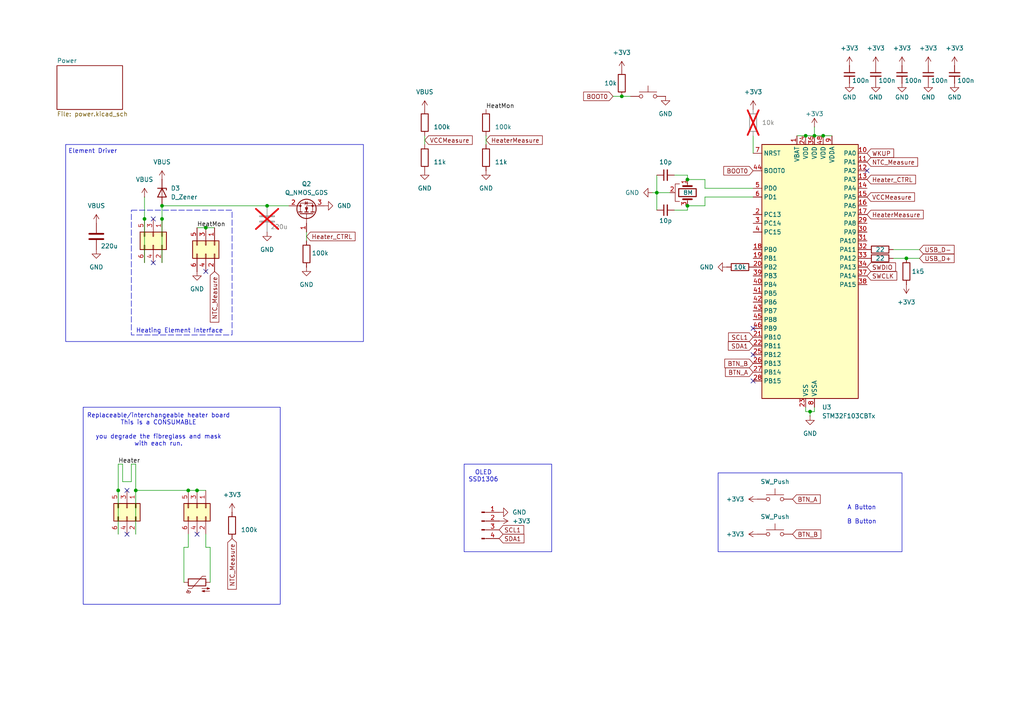
<source format=kicad_sch>
(kicad_sch (version 20231120) (generator "eeschema") (generator_version "8.0")
  (paper "A4")
  (title_block (title "PCB Solder Reflow Plate") (rev "A") (company "Ian Zanath"))
  (lib_symbols
    (symbol "Connector:Conn_01x04_Pin" (pin_names (offset 1.016) hide)
      (property "Reference" "J" (at 0 5.08 0))
      (property "Value" "Conn_01x04_Pin" (at 0 -7.62 0))
      (symbol "Conn_01x04_Pin_1_1"
        (polyline (pts (xy 1.27 -5.08) (xy 0.8636 -5.08)) (stroke (width 0.1524)))
        (polyline (pts (xy 1.27 -2.54) (xy 0.8636 -2.54)) (stroke (width 0.1524)))
        (polyline (pts (xy 1.27 0) (xy 0.8636 0)) (stroke (width 0.1524)))
        (polyline (pts (xy 1.27 2.54) (xy 0.8636 2.54)) (stroke (width 0.1524)))
        (rectangle (start 0.8636 -4.953) (end 0 -5.207) (stroke (width 0.1524)) (fill (type outline)))
        (rectangle (start 0.8636 -2.413) (end 0 -2.667) (stroke (width 0.1524)) (fill (type outline)))
        (rectangle (start 0.8636 0.127) (end 0 -0.127) (stroke (width 0.1524)) (fill (type outline)))
        (rectangle (start 0.8636 2.667) (end 0 2.413) (stroke (width 0.1524)) (fill (type outline)))
        (pin passive line (at 5.08 2.54 180) (length 3.81) (name "Pin_1") (number "1"))
        (pin passive line (at 5.08 0 180) (length 3.81) (name "Pin_2") (number "2"))
        (pin passive line (at 5.08 -2.54 180) (length 3.81) (name "Pin_3") (number "3"))
        (pin passive line (at 5.08 -5.08 180) (length 3.81) (name "Pin_4") (number "4"))
      )
    )
    (symbol "Connector_Generic:Conn_02x03_Odd_Even" (pin_names (offset 1.016) hide)
      (property "Reference" "J" (at 1.27 5.08 0))
      (property "Value" "Conn_02x03_Odd_Even" (at 1.27 -5.08 0))
      (symbol "Conn_02x03_Odd_Even_1_1"
        (rectangle (start -1.27 -2.413) (end 0 -2.667) (stroke (width 0.1524)))
        (rectangle (start -1.27 0.127) (end 0 -0.127) (stroke (width 0.1524)))
        (rectangle (start -1.27 2.667) (end 0 2.413) (stroke (width 0.1524)))
        (rectangle (start -1.27 3.81) (end 3.81 -3.81) (stroke (width 0.254)) (fill (type background)))
        (rectangle (start 3.81 -2.413) (end 2.54 -2.667) (stroke (width 0.1524)))
        (rectangle (start 3.81 0.127) (end 2.54 -0.127) (stroke (width 0.1524)))
        (rectangle (start 3.81 2.667) (end 2.54 2.413) (stroke (width 0.1524)))
        (pin passive line (at -5.08 2.54 0) (length 3.81) (name "Pin_1") (number "1"))
        (pin passive line (at 7.62 2.54 180) (length 3.81) (name "Pin_2") (number "2"))
        (pin passive line (at -5.08 0 0) (length 3.81) (name "Pin_3") (number "3"))
        (pin passive line (at 7.62 0 180) (length 3.81) (name "Pin_4") (number "4"))
        (pin passive line (at -5.08 -2.54 0) (length 3.81) (name "Pin_5") (number "5"))
        (pin passive line (at 7.62 -2.54 180) (length 3.81) (name "Pin_6") (number "6"))
      )
    )
    (symbol "Device:C" (pin_numbers hide) (pin_names (offset 0.254))
      (property "Reference" "C" (at 0.635 2.54 0))
      (property "Value" "C" (at 0.635 -2.54 0))
      (symbol "C_0_1"
        (polyline (pts (xy -2.032 -0.762) (xy 2.032 -0.762)) (stroke (width 0.508)))
        (polyline (pts (xy -2.032 0.762) (xy 2.032 0.762)) (stroke (width 0.508)))
      )
      (symbol "C_1_1"
        (pin passive line (at 0 3.81 270) (length 2.794) (name "~") (number "1"))
        (pin passive line (at 0 -3.81 90) (length 2.794) (name "~") (number "2"))
      )
    )
    (symbol "Device:C_Small" (pin_numbers hide) (pin_names (offset 0.254) hide)
      (property "Reference" "C" (at 0.254 1.778 0))
      (property "Value" "C_Small" (at 0.254 -2.032 0))
      (symbol "C_Small_0_1"
        (polyline (pts (xy -1.524 -0.508) (xy 1.524 -0.508)) (stroke (width 0.3302)))
        (polyline (pts (xy -1.524 0.508) (xy 1.524 0.508)) (stroke (width 0.3048)))
      )
      (symbol "C_Small_1_1"
        (pin passive line (at 0 2.54 270) (length 2.032) (name "~") (number "1"))
        (pin passive line (at 0 -2.54 90) (length 2.032) (name "~") (number "2"))
      )
    )
    (symbol "Device:Crystal_GND2" (pin_names (offset 1.016) hide)
      (property "Reference" "Y" (at 0 5.715 0))
      (property "Value" "Crystal_GND2" (at 0 3.81 0))
      (symbol "Crystal_GND2_0_1"
        (rectangle (start -1.143 2.54) (end 1.143 -2.54) (stroke (width 0.3048)))
        (polyline (pts (xy -2.54 0) (xy -1.905 0)))
        (polyline (pts (xy -1.905 -1.27) (xy -1.905 1.27)) (stroke (width 0.508)))
        (polyline (pts (xy 0 -3.81) (xy 0 -3.556)))
        (polyline (pts (xy 1.905 0) (xy 2.54 0)))
        (polyline (pts (xy 1.905 1.27) (xy 1.905 -1.27)) (stroke (width 0.508)))
        (polyline (pts (xy -2.54 -2.286) (xy -2.54 -3.556) (xy 2.54 -3.556) (xy 2.54 -2.286)))
      )
      (symbol "Crystal_GND2_1_1"
        (pin passive line (at -3.81 0 0) (length 1.27) (name "1") (number "1"))
        (pin passive line (at 0 -5.08 90) (length 1.27) (name "2") (number "2"))
        (pin passive line (at 3.81 0 180) (length 1.27) (name "3") (number "3"))
      )
    )
    (symbol "Device:D_Zener" (pin_numbers hide) (pin_names (offset 1.016) hide)
      (property "Reference" "D" (at 0 2.54 0))
      (property "Value" "D_Zener" (at 0 -2.54 0))
      (symbol "D_Zener_0_1"
        (polyline (pts (xy 1.27 0) (xy -1.27 0)))
        (polyline (pts (xy -1.27 -1.27) (xy -1.27 1.27) (xy -0.762 1.27)) (stroke (width 0.254)))
        (polyline (pts (xy 1.27 -1.27) (xy 1.27 1.27) (xy -1.27 0) (xy 1.27 -1.27)) (stroke (width 0.254)))
      )
      (symbol "D_Zener_1_1"
        (pin passive line (at -3.81 0 0) (length 2.54) (name "K") (number "1"))
        (pin passive line (at 3.81 0 180) (length 2.54) (name "A") (number "2"))
      )
    )
    (symbol "Device:Q_NMOS_GDS" (pin_names (offset 0) hide)
      (property "Reference" "Q" (at 5.08 1.27 0))
      (property "Value" "Q_NMOS_GDS" (at 5.08 -1.27 0))
      (symbol "Q_NMOS_GDS_0_1"
        (polyline (pts (xy 0.254 0) (xy -2.54 0)))
        (polyline (pts (xy 0.254 1.905) (xy 0.254 -1.905)) (stroke (width 0.254)))
        (polyline (pts (xy 0.762 -1.27) (xy 0.762 -2.286)) (stroke (width 0.254)))
        (polyline (pts (xy 0.762 0.508) (xy 0.762 -0.508)) (stroke (width 0.254)))
        (polyline (pts (xy 0.762 2.286) (xy 0.762 1.27)) (stroke (width 0.254)))
        (polyline (pts (xy 2.54 2.54) (xy 2.54 1.778)))
        (polyline (pts (xy 2.54 -2.54) (xy 2.54 0) (xy 0.762 0)))
        (polyline (pts (xy 0.762 -1.778) (xy 3.302 -1.778) (xy 3.302 1.778) (xy 0.762 1.778)))
        (polyline (pts (xy 1.016 0) (xy 2.032 0.381) (xy 2.032 -0.381) (xy 1.016 0)) (fill (type outline)))
        (polyline (pts (xy 2.794 0.508) (xy 2.921 0.381) (xy 3.683 0.381) (xy 3.81 0.254)))
        (polyline (pts (xy 3.302 0.381) (xy 2.921 -0.254) (xy 3.683 -0.254) (xy 3.302 0.381)))
        (circle (center 1.651 0) (radius 2.794) (stroke (width 0.254)))
        (circle (center 2.54 -1.778) (radius 0.254) (fill (type outline)))
        (circle (center 2.54 1.778) (radius 0.254) (fill (type outline)))
      )
      (symbol "Q_NMOS_GDS_1_1"
        (pin input line (at -5.08 0 0) (length 2.54) (name "G") (number "1"))
        (pin passive line (at 2.54 5.08 270) (length 2.54) (name "D") (number "2"))
        (pin passive line (at 2.54 -5.08 90) (length 2.54) (name "S") (number "3"))
      )
    )
    (symbol "Device:R" (pin_numbers hide) (pin_names (offset 0))
      (property "Reference" "R" (at 2.032 0 90))
      (property "Value" "R" (at 0 0 90))
      (symbol "R_0_1"
        (rectangle (start -1.016 -2.54) (end 1.016 2.54) (stroke (width 0.254)))
      )
      (symbol "R_1_1"
        (pin passive line (at 0 3.81 270) (length 1.27) (name "~") (number "1"))
        (pin passive line (at 0 -3.81 90) (length 1.27) (name "~") (number "2"))
      )
    )
    (symbol "Device:Thermistor_NTC" (pin_numbers hide) (pin_names (offset 0))
      (property "Reference" "TH" (at -4.445 0 90))
      (property "Value" "Thermistor_NTC" (at 3.175 0 90))
      (symbol "Thermistor_NTC_0_1"
        (arc (start -3.048 2.159) (mid -3.0495 2.3143) (end -3.175 2.413))
        (arc (start -3.048 2.159) (mid -2.9736 1.9794) (end -2.794 1.905))
        (arc (start -3.048 2.794) (mid -2.9736 2.6144) (end -2.794 2.54))
        (arc (start -2.794 1.905) (mid -2.6144 1.9794) (end -2.54 2.159))
        (arc (start -2.794 2.54) (mid -2.4393 2.5587) (end -2.159 2.794))
        (arc (start -2.794 3.048) (mid -2.9736 2.9736) (end -3.048 2.794))
        (arc (start -2.54 2.794) (mid -2.6144 2.9736) (end -2.794 3.048))
        (rectangle (start -1.016 2.54) (end 1.016 -2.54) (stroke (width 0.254)))
        (polyline (pts (xy -2.54 2.159) (xy -2.54 2.794)))
        (polyline (pts (xy -1.778 2.54) (xy -1.778 1.524) (xy 1.778 -1.524) (xy 1.778 -2.54)))
        (polyline (pts (xy -2.54 -3.683) (xy -2.54 -1.397) (xy -2.794 -2.159) (xy -2.286 -2.159) (xy -2.54 -1.397) (xy -2.54 -1.651)) (fill (type outline)))
        (polyline (pts (xy -1.778 -1.397) (xy -1.778 -3.683) (xy -2.032 -2.921) (xy -1.524 -2.921) (xy -1.778 -3.683) (xy -1.778 -3.429)) (fill (type outline)))
      )
      (symbol "Thermistor_NTC_1_1"
        (pin passive line (at 0 3.81 270) (length 1.27) (name "~") (number "1"))
        (pin passive line (at 0 -3.81 90) (length 1.27) (name "~") (number "2"))
      )
    )
    (symbol "MCU_ST_STM32F1:STM32F103CBTx"
      (property "Reference" "U" (at -12.7 39.37 0))
      (property "Value" "STM32F103CBTx" (at 10.16 39.37 0))
      (symbol "STM32F103CBTx_0_1"
        (rectangle (start -12.7 -35.56) (end 15.24 38.1) (stroke (width 0.254)) (fill (type background)))
      )
      (symbol "STM32F103CBTx_1_1"
        (pin power_in line (at -2.54 40.64 270) (length 2.54) (name "VBAT") (number "1"))
        (pin bidirectional line (at 17.78 35.56 180) (length 2.54) (name "PA0") (number "10"))
        (pin bidirectional line (at 17.78 33.02 180) (length 2.54) (name "PA1") (number "11"))
        (pin bidirectional line (at 17.78 30.48 180) (length 2.54) (name "PA2") (number "12"))
        (pin bidirectional line (at 17.78 27.94 180) (length 2.54) (name "PA3") (number "13"))
        (pin bidirectional line (at 17.78 25.4 180) (length 2.54) (name "PA4") (number "14"))
        (pin bidirectional line (at 17.78 22.86 180) (length 2.54) (name "PA5") (number "15"))
        (pin bidirectional line (at 17.78 20.32 180) (length 2.54) (name "PA6") (number "16"))
        (pin bidirectional line (at 17.78 17.78 180) (length 2.54) (name "PA7") (number "17"))
        (pin bidirectional line (at -15.24 7.62 0) (length 2.54) (name "PB0") (number "18"))
        (pin bidirectional line (at -15.24 5.08 0) (length 2.54) (name "PB1") (number "19"))
        (pin bidirectional line (at -15.24 17.78 0) (length 2.54) (name "PC13") (number "2"))
        (pin bidirectional line (at -15.24 2.54 0) (length 2.54) (name "PB2") (number "20"))
        (pin bidirectional line (at -15.24 -17.78 0) (length 2.54) (name "PB10") (number "21"))
        (pin bidirectional line (at -15.24 -20.32 0) (length 2.54) (name "PB11") (number "22"))
        (pin power_in line (at 0 -38.1 90) (length 2.54) (name "VSS") (number "23"))
        (pin power_in line (at 0 40.64 270) (length 2.54) (name "VDD") (number "24"))
        (pin bidirectional line (at -15.24 -22.86 0) (length 2.54) (name "PB12") (number "25"))
        (pin bidirectional line (at -15.24 -25.4 0) (length 2.54) (name "PB13") (number "26"))
        (pin bidirectional line (at -15.24 -27.94 0) (length 2.54) (name "PB14") (number "27"))
        (pin bidirectional line (at -15.24 -30.48 0) (length 2.54) (name "PB15") (number "28"))
        (pin bidirectional line (at 17.78 15.24 180) (length 2.54) (name "PA8") (number "29"))
        (pin bidirectional line (at -15.24 15.24 0) (length 2.54) (name "PC14") (number "3"))
        (pin bidirectional line (at 17.78 12.7 180) (length 2.54) (name "PA9") (number "30"))
        (pin bidirectional line (at 17.78 10.16 180) (length 2.54) (name "PA10") (number "31"))
        (pin bidirectional line (at 17.78 7.62 180) (length 2.54) (name "PA11") (number "32"))
        (pin bidirectional line (at 17.78 5.08 180) (length 2.54) (name "PA12") (number "33"))
        (pin bidirectional line (at 17.78 2.54 180) (length 2.54) (name "PA13") (number "34"))
        (pin passive line (at 0 -38.1 90) (length 2.54) hide (name "VSS") (number "35"))
        (pin power_in line (at 2.54 40.64 270) (length 2.54) (name "VDD") (number "36"))
        (pin bidirectional line (at 17.78 0 180) (length 2.54) (name "PA14") (number "37"))
        (pin bidirectional line (at 17.78 -2.54 180) (length 2.54) (name "PA15") (number "38"))
        (pin bidirectional line (at -15.24 0 0) (length 2.54) (name "PB3") (number "39"))
        (pin bidirectional line (at -15.24 12.7 0) (length 2.54) (name "PC15") (number "4"))
        (pin bidirectional line (at -15.24 -2.54 0) (length 2.54) (name "PB4") (number "40"))
        (pin bidirectional line (at -15.24 -5.08 0) (length 2.54) (name "PB5") (number "41"))
        (pin bidirectional line (at -15.24 -7.62 0) (length 2.54) (name "PB6") (number "42"))
        (pin bidirectional line (at -15.24 -10.16 0) (length 2.54) (name "PB7") (number "43"))
        (pin input line (at -15.24 30.48 0) (length 2.54) (name "BOOT0") (number "44"))
        (pin bidirectional line (at -15.24 -12.7 0) (length 2.54) (name "PB8") (number "45"))
        (pin bidirectional line (at -15.24 -15.24 0) (length 2.54) (name "PB9") (number "46"))
        (pin passive line (at 0 -38.1 90) (length 2.54) hide (name "VSS") (number "47"))
        (pin power_in line (at 5.08 40.64 270) (length 2.54) (name "VDD") (number "48"))
        (pin bidirectional line (at -15.24 25.4 0) (length 2.54) (name "PD0") (number "5"))
        (pin bidirectional line (at -15.24 22.86 0) (length 2.54) (name "PD1") (number "6"))
        (pin input line (at -15.24 35.56 0) (length 2.54) (name "NRST") (number "7"))
        (pin power_in line (at 2.54 -38.1 90) (length 2.54) (name "VSSA") (number "8"))
        (pin power_in line (at 7.62 40.64 270) (length 2.54) (name "VDDA") (number "9"))
      )
    )
    (symbol "Switch:SW_Push" (pin_numbers hide) (pin_names (offset 1.016) hide)
      (property "Reference" "SW" (at 1.27 2.54 0))
      (property "Value" "SW_Push" (at 0 -1.524 0))
      (symbol "SW_Push_0_1"
        (circle (center -2.032 0) (radius 0.508))
        (polyline (pts (xy 0 1.27) (xy 0 3.048)))
        (polyline (pts (xy 2.54 1.27) (xy -2.54 1.27)))
        (circle (center 2.032 0) (radius 0.508))
        (pin passive line (at -5.08 0 0) (length 2.54) (name "1") (number "1"))
        (pin passive line (at 5.08 0 180) (length 2.54) (name "2") (number "2"))
      )
    )
    (symbol "power:+3V3" (power) (pin_numbers hide) (pin_names (offset 0) hide)
      (property "Value" "+3V3" (at 0 3.556 0))
      (symbol "+3V3_0_1"
        (polyline (pts (xy -0.762 1.27) (xy 0 2.54)))
        (polyline (pts (xy 0 0) (xy 0 2.54)))
        (polyline (pts (xy 0 2.54) (xy 0.762 1.27)))
      )
      (symbol "+3V3_1_1"
        (pin power_in line (at 0 0 90) (length 0) (name "~") (number "1"))
      )
    )
    (symbol "power:GND" (power) (pin_numbers hide) (pin_names (offset 0) hide)
      (property "Value" "GND" (at 0 -3.81 0))
      (symbol "GND_0_1"
        (polyline (pts (xy 0 0) (xy 0 -1.27) (xy 1.27 -1.27) (xy 0 -2.54) (xy -1.27 -1.27) (xy 0 -1.27)))
      )
      (symbol "GND_1_1"
        (pin power_in line (at 0 0 270) (length 0) (name "~") (number "1"))
      )
    )
    (symbol "power:VBUS" (power) (pin_numbers hide) (pin_names (offset 0) hide)
      (property "Value" "VBUS" (at 0 3.556 0))
      (symbol "VBUS_0_1"
        (polyline (pts (xy -0.762 1.27) (xy 0 2.54)))
        (polyline (pts (xy 0 0) (xy 0 2.54)))
        (polyline (pts (xy 0 2.54) (xy 0.762 1.27)))
      )
      (symbol "VBUS_1_1"
        (pin power_in line (at 0 0 90) (length 0) (name "~") (number "1"))
      )
    )
  )
  (junction (at 46.99 59.69))
  (junction (at 190.5 55.88))
  (junction (at 41.91 63.5))
  (junction (at 57.15 142.24))
  (junction (at 77.47 59.69))
  (junction (at 54.61 142.24))
  (junction (at 238.76 39.37))
  (junction (at 34.29 142.24))
  (junction (at 46.99 63.5))
  (junction (at 59.69 66.04))
  (junction (at 199.39 59.69))
  (junction (at 199.39 52.07))
  (junction (at 236.22 39.37))
  (junction (at 234.95 119.38))
  (junction (at 262.89 74.93))
  (junction (at 39.37 142.24))
  (junction (at 233.68 39.37))
  (junction (at 180.34 27.94))
  (no_connect (at 36.83 154.94))
  (no_connect (at 44.45 63.5))
  (no_connect (at 218.44 110.49))
  (no_connect (at 36.83 142.24))
  (no_connect (at 218.44 102.87))
  (no_connect (at 218.44 95.25))
  (no_connect (at 57.15 154.94))
  (no_connect (at 251.46 49.53))
  (no_connect (at 59.69 78.74))
  (no_connect (at 44.45 76.2))
  (wire (pts (xy 234.95 119.38) (xy 236.22 119.38)))
  (wire (pts (xy 60.96 158.75) (xy 59.69 158.75)))
  (wire (pts (xy 233.68 118.11) (xy 233.68 119.38)))
  (wire (pts (xy 54.61 154.94) (xy 54.61 158.75)))
  (wire (pts (xy 218.44 39.37) (xy 218.44 44.45)))
  (wire (pts (xy 233.68 39.37) (xy 236.22 39.37)))
  (wire (pts (xy 77.47 59.69) (xy 83.82 59.69)))
  (wire (pts (xy 236.22 119.38) (xy 236.22 118.11)))
  (wire (pts (xy 88.9 67.31) (xy 88.9 69.85)))
  (wire (pts (xy 34.29 134.62) (xy 35.56 134.62)))
  (wire (pts (xy 234.95 119.38) (xy 234.95 120.65)))
  (wire (pts (xy 204.47 59.69) (xy 199.39 59.69)))
  (wire (pts (xy 177.8 27.94) (xy 180.34 27.94)))
  (wire (pts (xy 199.39 50.8) (xy 199.39 52.07)))
  (wire (pts (xy 238.76 39.37) (xy 241.3 39.37)))
  (wire (pts (xy 190.5 55.88) (xy 190.5 60.96)))
  (wire (pts (xy 34.29 142.24) (xy 34.29 154.94)))
  (wire (pts (xy 140.97 39.37) (xy 140.97 41.91)))
  (wire (pts (xy 54.61 158.75) (xy 53.34 158.75)))
  (wire (pts (xy 46.99 59.69) (xy 46.99 63.5)))
  (wire (pts (xy 204.47 57.15) (xy 204.47 59.69)))
  (wire (pts (xy 59.69 66.04) (xy 62.23 66.04)))
  (wire (pts (xy 38.1 134.62) (xy 39.37 134.62)))
  (wire (pts (xy 204.47 52.07) (xy 204.47 54.61)))
  (wire (pts (xy 54.61 142.24) (xy 57.15 142.24)))
  (wire (pts (xy 195.58 60.96) (xy 199.39 60.96)))
  (wire (pts (xy 199.39 52.07) (xy 204.47 52.07)))
  (wire (pts (xy 39.37 142.24) (xy 54.61 142.24)))
  (wire (pts (xy 41.91 63.5) (xy 41.91 76.2)))
  (wire (pts (xy 57.15 142.24) (xy 59.69 142.24)))
  (wire (pts (xy 199.39 60.96) (xy 199.39 59.69)))
  (wire (pts (xy 35.56 139.7) (xy 38.1 139.7)))
  (wire (pts (xy 123.19 39.37) (xy 123.19 41.91)))
  (wire (pts (xy 190.5 50.8) (xy 190.5 55.88)))
  (wire (pts (xy 259.08 72.39) (xy 266.7 72.39)))
  (wire (pts (xy 231.14 39.37) (xy 233.68 39.37)))
  (wire (pts (xy 233.68 119.38) (xy 234.95 119.38)))
  (wire (pts (xy 34.29 142.24) (xy 34.29 134.62)))
  (wire (pts (xy 35.56 134.62) (xy 35.56 139.7)))
  (wire (pts (xy 180.34 27.94) (xy 182.88 27.94)))
  (wire (pts (xy 39.37 142.24) (xy 39.37 154.94)))
  (wire (pts (xy 39.37 134.62) (xy 39.37 142.24)))
  (wire (pts (xy 59.69 154.94) (xy 59.69 158.75)))
  (wire (pts (xy 236.22 39.37) (xy 238.76 39.37)))
  (wire (pts (xy 259.08 74.93) (xy 262.89 74.93)))
  (wire (pts (xy 262.89 74.93) (xy 266.7 74.93)))
  (wire (pts (xy 189.23 55.88) (xy 190.5 55.88)))
  (wire (pts (xy 41.91 57.15) (xy 41.91 63.5)))
  (wire (pts (xy 195.58 50.8) (xy 199.39 50.8)))
  (wire (pts (xy 190.5 55.88) (xy 194.31 55.88)))
  (wire (pts (xy 60.96 168.91) (xy 60.96 158.75)))
  (wire (pts (xy 46.99 59.69) (xy 77.47 59.69)))
  (wire (pts (xy 57.15 66.04) (xy 59.69 66.04)))
  (wire (pts (xy 218.44 57.15) (xy 204.47 57.15)))
  (wire (pts (xy 53.34 158.75) (xy 53.34 168.91)))
  (wire (pts (xy 46.99 63.5) (xy 46.99 76.2)))
  (wire (pts (xy 204.47 54.61) (xy 218.44 54.61)))
  (wire (pts (xy 236.22 36.83) (xy 236.22 39.37)))
  (wire (pts (xy 38.1 139.7) (xy 38.1 134.62)))
  (rectangle (start 19.05 41.91) (end 105.41 99.06))
  (rectangle (start 134.62 134.62) (end 160.02 160.02))
  (rectangle (start 38.1 60.96) (end 67.31 97.155) (stroke (width 0) (type dash)))
  (rectangle (start 208.28 137.16) (end 261.62 160.02))
  (rectangle (start 24.13 118.11) (end 81.28 175.26))
  (text "OLED\nSSD1306" (at 140.208 138.176 0) (effects (font (size 1.27 1.27))))
  (text "Replaceable/interchangeable heater board\nThis is a CONSUMABLE\n\nyou degrade the fibreglass and mask\nwith each run." (at 45.974 124.714 0) (effects (font (size 1.27 1.27))))
  (text "Element Driver" (at 26.924 43.942 0) (effects (font (size 1.27 1.27))))
  (text "A Button\n\nB Button" (at 249.936 149.352 0) (effects (font (size 1.27 1.27))))
  (text "Heating Element Interface" (at 52.07 96.012 0) (effects (font (size 1.27 1.27))))
  (label "HeatMon" (at 140.97 31.75 0))
  (label "HeatMon" (at 57.15 66.04 0))
  (label "Heater" (at 34.29 134.62 0))
  (global_label "HeaterMeasure" (shape input) (at 251.46 62.23 0) (property "Intersheetrefs" "${INTERSHEET_REFS}" (effects (hide yes))))
  (global_label "BTN_B" (shape input) (at 218.44 105.41 180) (property "Intersheetrefs" "${INTERSHEET_REFS}" (effects (hide yes))))
  (global_label "VCCMeasure" (shape input) (at 123.19 40.64 0) (property "Intersheetrefs" "${INTERSHEET_REFS}" (effects (hide yes))))
  (global_label "NTC_Measure" (shape input) (at 67.31 156.21 270) (property "Intersheetrefs" "${INTERSHEET_REFS}" (effects (hide yes))))
  (global_label "SCL1" (shape input) (at 218.44 97.79 180) (property "Intersheetrefs" "${INTERSHEET_REFS}" (effects (hide yes))))
  (global_label "SWDIO" (shape input) (at 251.46 77.47 0) (property "Intersheetrefs" "${INTERSHEET_REFS}" (effects (hide yes))))
  (global_label "BTN_A" (shape input) (at 218.44 107.95 180) (property "Intersheetrefs" "${INTERSHEET_REFS}" (effects (hide yes))))
  (global_label "Heater_CTRL" (shape input) (at 251.46 52.07 0) (property "Intersheetrefs" "${INTERSHEET_REFS}" (effects (hide yes))))
  (global_label "WKUP" (shape input) (at 251.46 44.45 0) (property "Intersheetrefs" "${INTERSHEET_REFS}" (effects (hide yes))))
  (global_label "USB_D-" (shape input) (at 266.7 72.39 0) (property "Intersheetrefs" "${INTERSHEET_REFS}" (effects (hide yes))))
  (global_label "SCL1" (shape input) (at 144.78 153.67 0) (property "Intersheetrefs" "${INTERSHEET_REFS}" (effects (hide yes))))
  (global_label "SWCLK" (shape input) (at 251.46 80.01 0) (property "Intersheetrefs" "${INTERSHEET_REFS}" (effects (hide yes))))
  (global_label "BTN_B" (shape input) (at 229.87 154.94 0) (property "Intersheetrefs" "${INTERSHEET_REFS}" (effects (hide yes))))
  (global_label "BTN_A" (shape input) (at 229.87 144.78 0) (property "Intersheetrefs" "${INTERSHEET_REFS}" (effects (hide yes))))
  (global_label "NTC_Measure" (shape input) (at 62.23 78.74 270) (property "Intersheetrefs" "${INTERSHEET_REFS}" (effects (hide yes))))
  (global_label "HeaterMeasure" (shape input) (at 140.97 40.64 0) (property "Intersheetrefs" "${INTERSHEET_REFS}" (effects (hide yes))))
  (global_label "USB_D+" (shape input) (at 266.7 74.93 0) (property "Intersheetrefs" "${INTERSHEET_REFS}" (effects (hide yes))))
  (global_label "Heater_CTRL" (shape input) (at 88.9 68.58 0) (property "Intersheetrefs" "${INTERSHEET_REFS}" (effects (hide yes))))
  (global_label "SDA1" (shape input) (at 144.78 156.21 0) (property "Intersheetrefs" "${INTERSHEET_REFS}" (effects (hide yes))))
  (global_label "SDA1" (shape input) (at 218.44 100.33 180) (property "Intersheetrefs" "${INTERSHEET_REFS}" (effects (hide yes))))
  (global_label "NTC_Measure" (shape input) (at 251.46 46.99 0) (property "Intersheetrefs" "${INTERSHEET_REFS}" (effects (hide yes))))
  (global_label "BOOT0" (shape input) (at 218.44 49.53 180) (property "Intersheetrefs" "${INTERSHEET_REFS}" (effects (hide yes))))
  (global_label "BOOT0" (shape input) (at 177.8 27.94 180) (property "Intersheetrefs" "${INTERSHEET_REFS}" (effects (hide yes))))
  (global_label "VCCMeasure" (shape input) (at 251.46 57.15 0) (property "Intersheetrefs" "${INTERSHEET_REFS}" (effects (hide yes))))
  (symbol (lib_id "power:GND") (at 254 24.13 0) (unit 1)
    (property "Reference" "#PWR038" (effects (hide yes)))
    (property "Value" "GND" (at 254 28.194 0))
    (property "Description" "Power symbol creates a global label with name \"GND\" , ground" (effects (hide yes)))
  )
  (symbol (lib_id "Connector_Generic:Conn_02x03_Odd_Even") (at 59.69 71.12 270) (unit 1)
    (property "Reference" "J6" (effects (hide yes)))
    (property "Value" "Conn_02x03_Odd_Even" (effects (hide yes)))
    (property "Footprint" "Edge_Connector:02x03" (effects (hide yes)))
    (property "Description" "Generic connector, double row, 02x03, odd/even pin numbering scheme (row 1 odd numbers, row 2 even numbers), script generated (kicad-library-utils/schlib/autogen/connector/)" (effects (hide yes)))
  )
  (symbol (lib_id "power:GND") (at 57.15 78.74 0) (unit 1)
    (property "Reference" "#PWR026" (effects (hide yes)))
    (property "Value" "GND" (at 57.15 83.82 0))
    (property "Description" "Power symbol creates a global label with name \"GND\" , ground" (effects (hide yes)))
  )
  (symbol (lib_id "Device:R") (at 214.63 77.47 90) (unit 1)
    (property "Reference" "R5" (effects (hide yes)))
    (property "Value" "10k" (at 214.63 77.47 90))
    (property "Footprint" "Resistor_SMD:R_0402_1005Metric" (effects (hide yes)))
    (property "Description" "Resistor" (effects (hide yes)))
  )
  (symbol (lib_id "Device:C_Small") (at 246.38 21.59 0) (unit 1)
    (property "Reference" "C7" (effects (hide yes)))
    (property "Value" "100n" (at 247.142 23.368 0) (effects (justify left)))
    (property "Footprint" "Capacitor_SMD:C_0402_1005Metric" (effects (hide yes)))
    (property "Description" "Unpolarized capacitor, small symbol" (effects (hide yes)))
  )
  (symbol (lib_id "Device:C_Small") (at 276.86 21.59 0) (unit 1)
    (property "Reference" "C11" (effects (hide yes)))
    (property "Value" "100n" (at 277.622 23.368 0) (effects (justify left)))
    (property "Footprint" "Capacitor_SMD:C_0402_1005Metric" (effects (hide yes)))
    (property "Description" "Unpolarized capacitor, small symbol" (effects (hide yes)))
  )
  (symbol (lib_id "Switch:SW_Push") (at 224.79 144.78 0) (unit 1)
    (property "Reference" "SW3" (effects (hide yes)))
    (property "Value" "SW_Push" (at 224.79 139.7 0))
    (property "Footprint" "Button_Switch_SMD:SW_Push_1P1T_XKB_TS-1187A" (effects (hide yes)))
    (property "Description" "Push button switch, generic, two pins" (effects (hide yes)))
  )
  (symbol (lib_id "Device:C_Small") (at 193.04 50.8 90) (unit 1)
    (property "Reference" "C5" (effects (hide yes)))
    (property "Value" "10p" (at 193.0463 46.99 90))
    (property "Footprint" "Capacitor_SMD:C_0402_1005Metric" (effects (hide yes)))
    (property "Description" "Unpolarized capacitor, small symbol" (effects (hide yes)))
  )
  (symbol (lib_id "power:+3V3") (at 246.38 19.05 0) (unit 1)
    (property "Reference" "#PWR035" (effects (hide yes)))
    (property "Value" "+3V3" (at 246.38 13.97 0))
    (property "Description" "Power symbol creates a global label with name \"+3V3\"" (effects (hide yes)))
  )
  (symbol (lib_id "power:+3V3") (at 180.34 20.32 0) (unit 1)
    (property "Reference" "#PWR023" (effects (hide yes)))
    (property "Value" "+3V3" (at 180.34 15.24 0))
    (property "Description" "Power symbol creates a global label with name \"+3V3\"" (effects (hide yes)))
  )
  (symbol (lib_id "Device:Q_NMOS_GDS") (at 88.9 62.23 90) (unit 1)
    (property "Reference" "Q2" (at 88.9 53.34 90))
    (property "Value" "Q_NMOS_GDS" (at 88.9 55.88 90))
    (property "Footprint" "Package_TO_SOT_SMD:TO-252-2" (effects (hide yes)))
    (property "Description" "N-MOSFET transistor, gate/drain/source" (effects (hide yes)))
  )
  (symbol (lib_id "Device:C_Small") (at 254 21.59 0) (unit 1)
    (property "Reference" "C8" (effects (hide yes)))
    (property "Value" "100n" (at 254.762 23.368 0) (effects (justify left)))
    (property "Footprint" "Capacitor_SMD:C_0402_1005Metric" (effects (hide yes)))
    (property "Description" "Unpolarized capacitor, small symbol" (effects (hide yes)))
  )
  (symbol (lib_id "power:+3V3") (at 276.86 19.05 0) (unit 1)
    (property "Reference" "#PWR043" (effects (hide yes)))
    (property "Value" "+3V3" (at 276.86 13.97 0))
    (property "Description" "Power symbol creates a global label with name \"+3V3\"" (effects (hide yes)))
  )
  (symbol (lib_id "Device:R") (at 180.34 24.13 0) (unit 1)
    (property "Reference" "R6" (effects (hide yes)))
    (property "Value" "10k" (at 175.26 24.13 0) (effects (justify left)))
    (property "Footprint" "Resistor_SMD:R_0402_1005Metric" (effects (hide yes)))
    (property "Description" "Resistor" (effects (hide yes)))
  )
  (symbol (lib_id "MCU_ST_STM32F1:STM32F103CBTx") (at 233.68 80.01 0) (unit 1)
    (property "Reference" "U3" (at 238.4141 118.11 0) (effects (justify left)))
    (property "Value" "STM32F103CBTx" (at 238.4141 120.65 0) (effects (justify left)))
    (property "Footprint" "Package_QFP:LQFP-48_7x7mm_P0.5mm" (effects (hide yes)))
    (property "Datasheet" "https://www.st.com/resource/en/datasheet/stm32f103cb.pdf" (effects (hide yes)))
    (property "Description" "STMicroelectronics Arm Cortex-M3 MCU, 128KB flash, 20KB RAM, 72 MHz, 2.0-3.6V, 37 GPIO, LQFP48" (effects (hide yes)))
  )
  (symbol (lib_id "power:GND") (at 77.47 67.31 0) (unit 1)
    (property "Reference" "#PWR016" (effects (hide yes)))
    (property "Value" "GND" (at 77.47 72.39 0))
    (property "Description" "Power symbol creates a global label with name \"GND\" , ground" (effects (hide yes)))
  )
  (symbol (lib_id "power:+3V3") (at 269.24 19.05 0) (unit 1)
    (property "Reference" "#PWR041" (effects (hide yes)))
    (property "Value" "+3V3" (at 269.24 13.97 0))
    (property "Description" "Power symbol creates a global label with name \"+3V3\"" (effects (hide yes)))
  )
  (symbol (lib_id "Device:R") (at 262.89 78.74 0) (unit 1)
    (property "Reference" "R11" (effects (hide yes)))
    (property "Value" "1k5" (at 264.414 78.74 0) (effects (justify left)))
    (property "Footprint" "Resistor_SMD:R_0402_1005Metric" (effects (hide yes)))
    (property "Description" "Resistor" (effects (hide yes)))
  )
  (symbol (lib_id "Device:Thermistor_NTC") (at 57.15 168.91 90) (unit 1)
    (property "Reference" "TH1" (effects (hide yes)))
    (property "Value" "Thermistor_NTC" (effects (hide yes)))
    (property "Footprint" "Resistor_SMD:R_0805_2012Metric" (effects (hide yes)))
    (property "Description" "Temperature dependent resistor, negative temperature coefficient" (effects (hide yes)))
  )
  (symbol (lib_id "power:GND") (at 246.38 24.13 0) (unit 1)
    (property "Reference" "#PWR036" (effects (hide yes)))
    (property "Value" "GND" (at 246.38 28.194 0))
    (property "Description" "Power symbol creates a global label with name \"GND\" , ground" (effects (hide yes)))
  )
  (symbol (lib_id "power:GND") (at 276.86 24.13 0) (unit 1)
    (property "Reference" "#PWR044" (effects (hide yes)))
    (property "Value" "GND" (at 276.86 28.194 0))
    (property "Description" "Power symbol creates a global label with name \"GND\" , ground" (effects (hide yes)))
  )
  (symbol (lib_id "power:GND") (at 189.23 55.88 270) (unit 1)
    (property "Reference" "#PWR019" (effects (hide yes)))
    (property "Value" "GND" (at 185.42 55.8799 90) (effects (justify right)))
    (property "Description" "Power symbol creates a global label with name \"GND\" , ground" (effects (hide yes)))
  )
  (symbol (lib_id "power:+3V3") (at 219.71 154.94 90) (unit 1)
    (property "Reference" "#PWR032" (effects (hide yes)))
    (property "Value" "+3V3" (at 215.9 154.9399 90) (effects (justify left)))
    (property "Description" "Power symbol creates a global label with name \"+3V3\"" (effects (hide yes)))
  )
  (symbol (lib_id "Device:C") (at 77.47 63.5 0) (unit 1) (exclude_from_sim yes) (in_bom no) (on_board no) (dnp yes)
    (property "Reference" "C3" (effects (hide yes)))
    (property "Value" "220u" (at 78.486 65.786 0) (effects (justify left)))
    (property "Footprint" "Capacitor_SMD:CP_Elec_6.3x7.7" (effects (hide yes)))
    (property "Description" "Unpolarized capacitor" (effects (hide yes)))
  )
  (symbol (lib_id "Device:C") (at 27.94 68.58 0) (unit 1)
    (property "Reference" "C4" (effects (hide yes)))
    (property "Value" "220u" (at 29.21 71.374 0) (effects (justify left)))
    (property "Footprint" "Capacitor_SMD:CP_Elec_6.3x7.7" (effects (hide yes)))
    (property "Description" "Unpolarized capacitor" (effects (hide yes)))
  )
  (symbol (lib_id "power:GND") (at 27.94 72.39 0) (unit 1)
    (property "Reference" "#PWR018" (effects (hide yes)))
    (property "Value" "GND" (at 27.94 77.47 0))
    (property "Description" "Power symbol creates a global label with name \"GND\" , ground" (effects (hide yes)))
  )
  (symbol (lib_id "Device:C_Small") (at 193.04 60.96 90) (unit 1)
    (property "Reference" "C6" (effects (hide yes)))
    (property "Value" "10p" (at 193.04 64.008 90))
    (property "Footprint" "Capacitor_SMD:C_0402_1005Metric" (effects (hide yes)))
    (property "Description" "Unpolarized capacitor, small symbol" (effects (hide yes)))
  )
  (symbol (lib_id "Device:D_Zener") (at 46.99 55.88 270) (unit 1)
    (property "Reference" "D3" (at 49.53 54.6099 90) (effects (justify left)))
    (property "Value" "D_Zener" (at 49.53 57.1499 90) (effects (justify left)))
    (property "Footprint" "Diode_SMD:D_SOD-123" (effects (hide yes)))
    (property "Description" "Zener diode" (effects (hide yes)))
  )
  (symbol (lib_id "power:GND") (at 140.97 49.53 0) (unit 1)
    (property "Reference" "#PWR047" (effects (hide yes)))
    (property "Value" "GND" (at 140.97 54.61 0))
    (property "Description" "Power symbol creates a global label with name \"GND\" , ground" (effects (hide yes)))
  )
  (symbol (lib_id "Device:R") (at 88.9 73.66 0) (unit 1)
    (property "Reference" "R4" (effects (hide yes)))
    (property "Value" "100k" (at 90.424 73.406 0) (effects (justify left)))
    (property "Footprint" "Resistor_SMD:R_0402_1005Metric" (effects (hide yes)))
    (property "Description" "Resistor" (effects (hide yes)))
  )
  (symbol (lib_id "power:+3V3") (at 219.71 144.78 90) (unit 1)
    (property "Reference" "#PWR031" (effects (hide yes)))
    (property "Value" "+3V3" (at 215.9 144.7799 90) (effects (justify left)))
    (property "Description" "Power symbol creates a global label with name \"+3V3\"" (effects (hide yes)))
  )
  (symbol (lib_id "Device:R") (at 255.27 72.39 90) (unit 1)
    (property "Reference" "R9" (effects (hide yes)))
    (property "Value" "22" (at 255.27 72.39 90))
    (property "Footprint" "Resistor_SMD:R_0402_1005Metric" (effects (hide yes)))
    (property "Description" "Resistor" (effects (hide yes)))
  )
  (symbol (lib_id "Device:R") (at 123.19 35.56 0) (unit 1)
    (property "Reference" "R12" (effects (hide yes)))
    (property "Value" "100k" (at 125.73 36.8299 0) (effects (justify left)))
    (property "Footprint" "Resistor_SMD:R_0402_1005Metric" (effects (hide yes)))
    (property "Description" "Resistor" (effects (hide yes)))
  )
  (symbol (lib_id "power:GND") (at 144.78 148.59 90) (unit 1)
    (property "Reference" "#PWR028" (effects (hide yes)))
    (property "Value" "GND" (at 148.59 148.5899 90) (effects (justify right)))
    (property "Description" "Power symbol creates a global label with name \"GND\" , ground" (effects (hide yes)))
  )
  (symbol (lib_id "Device:R") (at 123.19 45.72 0) (unit 1)
    (property "Reference" "R13" (effects (hide yes)))
    (property "Value" "11k" (at 125.73 46.9899 0) (effects (justify left)))
    (property "Footprint" "Resistor_SMD:R_0402_1005Metric" (effects (hide yes)))
    (property "Description" "Resistor" (effects (hide yes)))
  )
  (symbol (lib_id "power:+3V3") (at 254 19.05 0) (unit 1)
    (property "Reference" "#PWR037" (effects (hide yes)))
    (property "Value" "+3V3" (at 254 13.97 0))
    (property "Description" "Power symbol creates a global label with name \"+3V3\"" (effects (hide yes)))
  )
  (symbol (lib_id "power:GND") (at 123.19 49.53 0) (unit 1)
    (property "Reference" "#PWR045" (effects (hide yes)))
    (property "Value" "GND" (at 123.19 54.61 0))
    (property "Description" "Power symbol creates a global label with name \"GND\" , ground" (effects (hide yes)))
  )
  (symbol (lib_id "Device:C_Small") (at 261.62 21.59 0) (unit 1)
    (property "Reference" "C9" (effects (hide yes)))
    (property "Value" "100n" (at 262.382 23.368 0) (effects (justify left)))
    (property "Footprint" "Capacitor_SMD:C_0402_1005Metric" (effects (hide yes)))
    (property "Description" "Unpolarized capacitor, small symbol" (effects (hide yes)))
  )
  (symbol (lib_id "power:+3V3") (at 67.31 148.59 0) (unit 1)
    (property "Reference" "#PWR025" (effects (hide yes)))
    (property "Value" "+3V3" (at 67.31 143.51 0))
    (property "Description" "Power symbol creates a global label with name \"+3V3\"" (effects (hide yes)))
  )
  (symbol (lib_id "Device:R") (at 255.27 74.93 90) (unit 1)
    (property "Reference" "R10" (effects (hide yes)))
    (property "Value" "22" (at 255.27 74.93 90))
    (property "Footprint" "Resistor_SMD:R_0402_1005Metric" (effects (hide yes)))
    (property "Description" "Resistor" (effects (hide yes)))
  )
  (symbol (lib_id "Connector_Generic:Conn_02x03_Odd_Even") (at 36.83 147.32 270) (unit 1)
    (property "Reference" "J3" (effects (hide yes)))
    (property "Value" "Conn_02x03_Odd_Even" (effects (hide yes)))
    (property "Footprint" "Edge_Connector:02x03" (effects (hide yes)))
    (property "Description" "Generic connector, double row, 02x03, odd/even pin numbering scheme (row 1 odd numbers, row 2 even numbers), script generated (kicad-library-utils/schlib/autogen/connector/)" (effects (hide yes)))
  )
  (symbol (lib_id "power:GND") (at 93.98 59.69 90) (unit 1)
    (property "Reference" "#PWR014" (effects (hide yes)))
    (property "Value" "GND" (at 97.79 59.6899 90) (effects (justify right)))
    (property "Description" "Power symbol creates a global label with name \"GND\" , ground" (effects (hide yes)))
  )
  (symbol (lib_id "power:VBUS") (at 27.94 64.77 0) (unit 1)
    (property "Reference" "#PWR017" (effects (hide yes)))
    (property "Value" "VBUS" (at 27.94 59.69 0))
    (property "Description" "Power symbol creates a global label with name \"VBUS\"" (effects (hide yes)))
  )
  (symbol (lib_id "power:GND") (at 234.95 120.65 0) (unit 1)
    (property "Reference" "#PWR012" (effects (hide yes)))
    (property "Value" "GND" (at 234.95 125.73 0))
    (property "Description" "Power symbol creates a global label with name \"GND\" , ground" (effects (hide yes)))
  )
  (symbol (lib_id "power:GND") (at 210.82 77.47 270) (unit 1)
    (property "Reference" "#PWR020" (effects (hide yes)))
    (property "Value" "GND" (at 207.01 77.4699 90) (effects (justify right)))
    (property "Description" "Power symbol creates a global label with name \"GND\" , ground" (effects (hide yes)))
  )
  (symbol (lib_id "Connector_Generic:Conn_02x03_Odd_Even") (at 57.15 147.32 270) (unit 1)
    (property "Reference" "J4" (effects (hide yes)))
    (property "Value" "Conn_02x03_Odd_Even" (effects (hide yes)))
    (property "Footprint" "Edge_Connector:02x03" (effects (hide yes)))
    (property "Description" "Generic connector, double row, 02x03, odd/even pin numbering scheme (row 1 odd numbers, row 2 even numbers), script generated (kicad-library-utils/schlib/autogen/connector/)" (effects (hide yes)))
  )
  (symbol (lib_id "power:VBUS") (at 41.91 57.15 0) (unit 1)
    (property "Reference" "#PWR013" (effects (hide yes)))
    (property "Value" "VBUS" (at 41.91 52.07 0))
    (property "Description" "Power symbol creates a global label with name \"VBUS\"" (effects (hide yes)))
  )
  (symbol (lib_id "power:+3V3") (at 236.22 36.83 0) (unit 1)
    (property "Reference" "#PWR024" (effects (hide yes)))
    (property "Value" "+3V3" (at 236.22 33.02 0))
    (property "Description" "Power symbol creates a global label with name \"+3V3\"" (effects (hide yes)))
  )
  (symbol (lib_id "Switch:SW_Push") (at 224.79 154.94 0) (unit 1)
    (property "Reference" "SW4" (effects (hide yes)))
    (property "Value" "SW_Push" (at 224.79 149.86 0))
    (property "Footprint" "Button_Switch_SMD:SW_Push_1P1T_XKB_TS-1187A" (effects (hide yes)))
    (property "Description" "Push button switch, generic, two pins" (effects (hide yes)))
  )
  (symbol (lib_id "power:GND") (at 193.04 27.94 0) (unit 1)
    (property "Reference" "#PWR022" (effects (hide yes)))
    (property "Value" "GND" (at 193.04 33.02 0))
    (property "Description" "Power symbol creates a global label with name \"GND\" , ground" (effects (hide yes)))
  )
  (symbol (lib_id "Device:C_Small") (at 269.24 21.59 0) (unit 1)
    (property "Reference" "C10" (effects (hide yes)))
    (property "Value" "100n" (at 270.002 23.368 0) (effects (justify left)))
    (property "Footprint" "Capacitor_SMD:C_0402_1005Metric" (effects (hide yes)))
    (property "Description" "Unpolarized capacitor, small symbol" (effects (hide yes)))
  )
  (symbol (lib_id "power:+3V3") (at 262.89 82.55 180) (unit 1)
    (property "Reference" "#PWR030" (effects (hide yes)))
    (property "Value" "+3V3" (at 262.89 87.63 0))
    (property "Description" "Power symbol creates a global label with name \"+3V3\"" (effects (hide yes)))
  )
  (symbol (lib_id "power:+3V3") (at 218.44 31.75 0) (unit 1)
    (property "Reference" "#PWR021" (effects (hide yes)))
    (property "Value" "+3V3" (at 218.44 26.67 0))
    (property "Description" "Power symbol creates a global label with name \"+3V3\"" (effects (hide yes)))
  )
  (symbol (lib_id "Device:Crystal_GND2") (at 199.39 55.88 270) (unit 1)
    (property "Reference" "Y1" (effects (hide yes)))
    (property "Value" "8M" (at 198.12 55.88 90) (effects (justify left)))
    (property "Footprint" "Crystal:Resonator_SMD_Murata_CSTxExxV-3Pin_3.0x1.1mm" (effects (hide yes)))
    (property "Description" "Three pin crystal, GND on pin 2" (effects (hide yes)))
  )
  (symbol (lib_id "power:GND") (at 261.62 24.13 0) (unit 1)
    (property "Reference" "#PWR040" (effects (hide yes)))
    (property "Value" "GND" (at 261.62 28.194 0))
    (property "Description" "Power symbol creates a global label with name \"GND\" , ground" (effects (hide yes)))
  )
  (symbol (lib_id "power:GND") (at 269.24 24.13 0) (unit 1)
    (property "Reference" "#PWR042" (effects (hide yes)))
    (property "Value" "GND" (at 269.24 28.194 0))
    (property "Description" "Power symbol creates a global label with name \"GND\" , ground" (effects (hide yes)))
  )
  (symbol (lib_id "power:+3V3") (at 261.62 19.05 0) (unit 1)
    (property "Reference" "#PWR039" (effects (hide yes)))
    (property "Value" "+3V3" (at 261.62 13.97 0))
    (property "Description" "Power symbol creates a global label with name \"+3V3\"" (effects (hide yes)))
  )
  (symbol (lib_id "Connector_Generic:Conn_02x03_Odd_Even") (at 44.45 68.58 270) (unit 1)
    (property "Reference" "J5" (effects (hide yes)))
    (property "Value" "Conn_02x03_Odd_Even" (effects (hide yes)))
    (property "Footprint" "Edge_Connector:02x03" (effects (hide yes)))
    (property "Description" "Generic connector, double row, 02x03, odd/even pin numbering scheme (row 1 odd numbers, row 2 even numbers), script generated (kicad-library-utils/schlib/autogen/connector/)" (effects (hide yes)))
  )
  (symbol (lib_id "Device:R") (at 140.97 35.56 0) (unit 1)
    (property "Reference" "R14" (effects (hide yes)))
    (property "Value" "100k" (at 143.51 36.8299 0) (effects (justify left)))
    (property "Footprint" "Resistor_SMD:R_0402_1005Metric" (effects (hide yes)))
    (property "Description" "Resistor" (effects (hide yes)))
  )
  (symbol (lib_id "power:+3V3") (at 144.78 151.13 270) (unit 1)
    (property "Reference" "#PWR027" (effects (hide yes)))
    (property "Value" "+3V3" (at 148.59 151.1299 90) (effects (justify left)))
    (property "Description" "Power symbol creates a global label with name \"+3V3\"" (effects (hide yes)))
  )
  (symbol (lib_id "power:VBUS") (at 123.19 31.75 0) (unit 1)
    (property "Reference" "#PWR033" (effects (hide yes)))
    (property "Value" "VBUS" (at 123.19 26.67 0))
    (property "Description" "Power symbol creates a global label with name \"VBUS\"" (effects (hide yes)))
  )
  (symbol (lib_id "Device:R") (at 67.31 152.4 0) (unit 1)
    (property "Reference" "R7" (effects (hide yes)))
    (property "Value" "100k" (at 69.85 153.6699 0) (effects (justify left)))
    (property "Footprint" "Resistor_SMD:R_0402_1005Metric" (effects (hide yes)))
    (property "Description" "Resistor" (effects (hide yes)))
  )
  (symbol (lib_id "power:VBUS") (at 46.99 52.07 0) (unit 1)
    (property "Reference" "#PWR07" (effects (hide yes)))
    (property "Value" "VBUS" (at 46.99 46.99 0))
    (property "Description" "Power symbol creates a global label with name \"VBUS\"" (effects (hide yes)))
  )
  (symbol (lib_id "Switch:SW_Push") (at 187.96 27.94 0) (unit 1)
    (property "Reference" "SW2" (effects (hide yes)))
    (property "Value" "SW_Push" (effects (hide yes)))
    (property "Footprint" "Button_Switch_SMD:SW_Push_1P1T_XKB_TS-1187A" (effects (hide yes)))
    (property "Description" "Push button switch, generic, two pins" (effects (hide yes)))
  )
  (symbol (lib_id "Device:R") (at 218.44 35.56 0) (unit 1) (exclude_from_sim yes) (in_bom no) (on_board no) (dnp yes)
    (property "Reference" "R8" (effects (hide yes)))
    (property "Value" "10k" (at 220.98 35.56 0) (effects (justify left)))
    (property "Footprint" "Resistor_SMD:R_0402_1005Metric" (effects (hide yes)))
    (property "Description" "Resistor" (effects (hide yes)))
  )
  (symbol (lib_id "Device:R") (at 140.97 45.72 0) (unit 1)
    (property "Reference" "R15" (effects (hide yes)))
    (property "Value" "11k" (at 143.51 46.9899 0) (effects (justify left)))
    (property "Footprint" "Resistor_SMD:R_0402_1005Metric" (effects (hide yes)))
    (property "Description" "Resistor" (effects (hide yes)))
  )
  (symbol (lib_id "Connector:Conn_01x04_Pin") (at 139.7 151.13 0) (unit 1)
    (property "Reference" "J7" (effects (hide yes)))
    (property "Value" "Conn_01x04_Pin" (effects (hide yes)))
    (property "Footprint" "Connector_PinHeader_2.54mm:PinHeader_1x04_P2.54mm_Vertical" (effects (hide yes)))
    (property "Description" "Generic connector, single row, 01x04, script generated" (effects (hide yes)))
  )
  (symbol (lib_id "power:GND") (at 88.9 77.47 0) (unit 1)
    (property "Reference" "#PWR015" (effects (hide yes)))
    (property "Value" "GND" (at 88.9 82.55 0))
    (property "Description" "Power symbol creates a global label with name \"GND\" , ground" (effects (hide yes)))
  )
  (sheet (at 16.51 19.05) (size 19.05 12.7) (stroke (width 0.1524))
    (property "Sheetname" "Power" (at 16.51 18.3384 0) (effects (justify left bottom)))
    (property "Sheetfile" "power.kicad_sch" (at 16.51 32.3346 0) (effects (justify left top)))
  )
)
</source>
